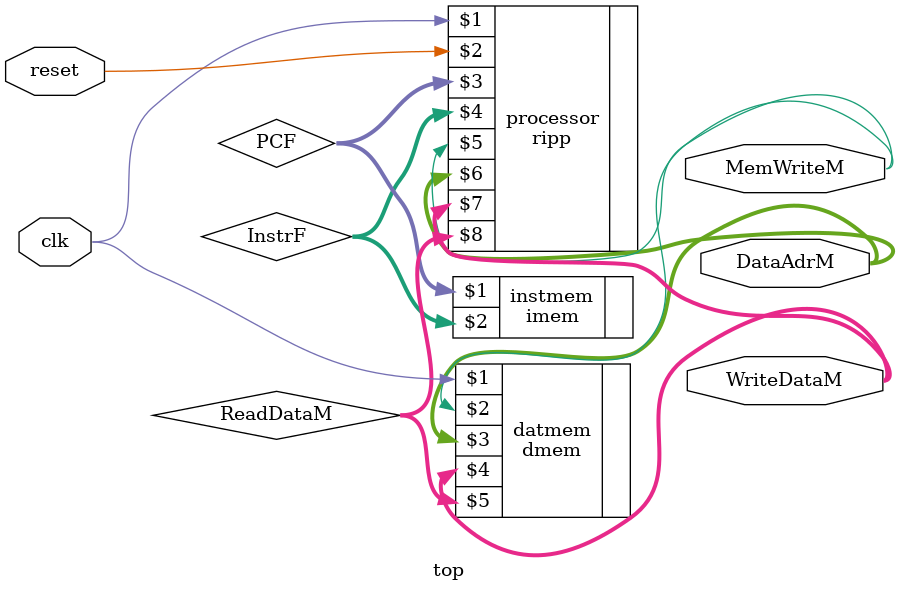
<source format=sv>
module top (
    input logic clk, reset,
    output logic [31:0] WriteDataM, DataAdrM,
    output logic MemWriteM);

    logic [31:0] PCF, InstrF, ReadDataM;

    // instantiate processor and memories
    ripp processor(clk, reset, PCF, InstrF, MemWriteM, DataAdrM,
    WriteDataM, ReadDataM);

    imem instmem(PCF, InstrF);
    dmem datmem(clk, MemWriteM, DataAdrM, WriteDataM, ReadDataM);

endmodule 
</source>
